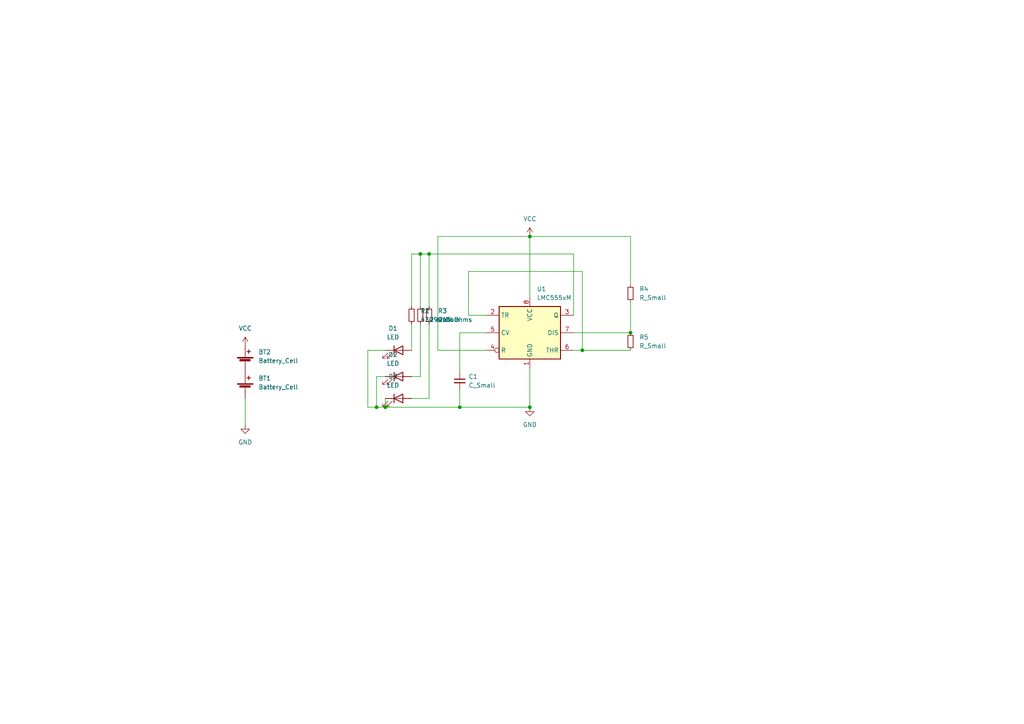
<source format=kicad_sch>
(kicad_sch (version 20211123) (generator eeschema)
  (paper "A4")
  (lib_symbols
    (symbol "Device:Battery_Cell" (pin_numbers hide) (pin_names (offset 0) hide)
      (property "Reference" "BT" (at 2.54 2.54 0))
      (property "Value" "Battery_Cell" (at 2.54 0 0))
      (symbol "Battery_Cell_0_1"
        (rectangle (start -2.286 1.778) (end 2.286 1.524) (fill (type outline)))
        (rectangle (start -1.5748 1.1938) (end 1.4732 0.6858) (fill (type outline)))
        (polyline (pts (xy 0 0.762) (xy 0 0)))
        (polyline (pts (xy 0 1.778) (xy 0 2.54)))
        (polyline (pts (xy 0.508 3.429) (xy 1.524 3.429)) (stroke (width 0.254)))
        (polyline (pts (xy 1.016 3.937) (xy 1.016 2.921)) (stroke (width 0.254)))
      )
      (symbol "Battery_Cell_1_1"
        (pin passive line (at 0 5.08 270) (length 2.54) (name "+") (number "1"))
        (pin passive line (at 0 -2.54 90) (length 2.54) (name "-") (number "2"))
      )
    )
    (symbol "Device:C_Small" (pin_numbers hide) (pin_names (offset 0.254) hide)
      (property "Reference" "C" (at 0.254 1.778 0))
      (property "Value" "C_Small" (at 0.254 -2.032 0))
      (symbol "C_Small_0_1"
        (polyline (pts (xy -1.524 -0.508) (xy 1.524 -0.508)) (stroke (width 0.3302)))
        (polyline (pts (xy -1.524 0.508) (xy 1.524 0.508)) (stroke (width 0.3048)))
      )
      (symbol "C_Small_1_1"
        (pin passive line (at 0 2.54 270) (length 2.032) (name "~") (number "1"))
        (pin passive line (at 0 -2.54 90) (length 2.032) (name "~") (number "2"))
      )
    )
    (symbol "Device:LED" (pin_numbers hide) (pin_names (offset 1.016) hide)
      (property "Reference" "D" (at 0 2.54 0))
      (property "Value" "LED" (at 0 -2.54 0))
      (symbol "LED_0_1"
        (polyline (pts (xy -1.27 -1.27) (xy -1.27 1.27)) (stroke (width 0.254)))
        (polyline (pts (xy -1.27 0) (xy 1.27 0)))
        (polyline (pts (xy 1.27 -1.27) (xy 1.27 1.27) (xy -1.27 0) (xy 1.27 -1.27)) (stroke (width 0.254)))
        (polyline (pts (xy -3.048 -0.762) (xy -4.572 -2.286) (xy -3.81 -2.286) (xy -4.572 -2.286) (xy -4.572 -1.524)))
        (polyline (pts (xy -1.778 -0.762) (xy -3.302 -2.286) (xy -2.54 -2.286) (xy -3.302 -2.286) (xy -3.302 -1.524)))
      )
      (symbol "LED_1_1"
        (pin passive line (at -3.81 0 0) (length 2.54) (name "K") (number "1"))
        (pin passive line (at 3.81 0 180) (length 2.54) (name "A") (number "2"))
      )
    )
    (symbol "Device:R_Small" (pin_numbers hide) (pin_names (offset 0.254) hide)
      (property "Reference" "R" (at 0.762 0.508 0))
      (property "Value" "R_Small" (at 0.762 -1.016 0))
      (symbol "R_Small_0_1"
        (rectangle (start -0.762 1.778) (end 0.762 -1.778) (stroke (width 0.2032)))
      )
      (symbol "R_Small_1_1"
        (pin passive line (at 0 2.54 270) (length 0.762) (name "~") (number "1"))
        (pin passive line (at 0 -2.54 90) (length 0.762) (name "~") (number "2"))
      )
    )
    (symbol "Intro_Project-cache:LMC555xM"
      (property "Reference" "U" (at -10.16 8.89 0))
      (property "Value" "LMC555xM" (at 2.54 8.89 0))
      (symbol "LMC555xM_0_0"
        (pin power_in line (at 0 -10.16 90) (length 2.54) (name "GND") (number "1"))
        (pin power_in line (at 0 10.16 270) (length 2.54) (name "VCC") (number "8"))
      )
      (symbol "LMC555xM_0_1"
        (rectangle (start -8.89 -7.62) (end 8.89 7.62) (stroke (width 0.254)) (fill (type background)))
        (rectangle (start -8.89 -7.62) (end 8.89 7.62) (stroke (width 0.254)) (fill (type background)))
      )
      (symbol "LMC555xM_1_1"
        (pin input line (at -12.7 5.08 0) (length 3.81) (name "TR") (number "2"))
        (pin output line (at 12.7 5.08 180) (length 3.81) (name "Q") (number "3"))
        (pin input inverted (at -12.7 -5.08 0) (length 3.81) (name "R") (number "4"))
        (pin input line (at -12.7 0 0) (length 3.81) (name "CV") (number "5"))
        (pin input line (at 12.7 -5.08 180) (length 3.81) (name "THR") (number "6"))
        (pin input line (at 12.7 0 180) (length 3.81) (name "DIS") (number "7"))
      )
    )
    (symbol "power:GND" (power) (pin_names (offset 0))
      (property "Value" "GND" (at 0 -3.81 0))
      (symbol "GND_0_1"
        (polyline (pts (xy 0 0) (xy 0 -1.27) (xy 1.27 -1.27) (xy 0 -2.54) (xy -1.27 -1.27) (xy 0 -1.27)))
      )
      (symbol "GND_1_1"
        (pin power_in line (at 0 0 270) (length 0) hide (name "GND") (number "1"))
      )
    )
    (symbol "power:VCC" (power) (pin_names (offset 0))
      (property "Value" "VCC" (at 0 3.81 0))
      (symbol "VCC_0_1"
        (polyline (pts (xy -0.762 1.27) (xy 0 2.54)))
        (polyline (pts (xy 0 0) (xy 0 2.54)))
        (polyline (pts (xy 0 2.54) (xy 0.762 1.27)))
      )
      (symbol "VCC_1_1"
        (pin power_in line (at 0 0 90) (length 0) hide (name "VCC") (number "1"))
      )
    )
  )
  (junction (at 182.88 96.52))
  (junction (at 133.35 118.11))
  (junction (at 124.46 73.66))
  (junction (at 153.67 68.58))
  (junction (at 153.67 118.11))
  (junction (at 109.22 118.11))
  (junction (at 111.76 118.11))
  (junction (at 121.92 73.66))
  (junction (at 168.91 101.6))
  (wire (pts (xy 127 68.58) (xy 127 101.6)))
  (wire (pts (xy 140.97 96.52) (xy 133.35 96.52)))
  (wire (pts (xy 109.22 118.11) (xy 111.76 118.11)))
  (wire (pts (xy 166.37 96.52) (xy 182.88 96.52)))
  (wire (pts (xy 182.88 68.58) (xy 153.67 68.58)))
  (wire (pts (xy 153.67 68.58) (xy 153.67 86.36)))
  (wire (pts (xy 119.38 73.66) (xy 119.38 88.9)))
  (wire (pts (xy 135.89 91.44) (xy 135.89 78.74)))
  (wire (pts (xy 166.37 73.66) (xy 124.46 73.66)))
  (wire (pts (xy 133.35 118.11) (xy 153.67 118.11)))
  (wire (pts (xy 140.97 101.6) (xy 127 101.6)))
  (wire (pts (xy 121.92 73.66) (xy 121.92 88.9)))
  (wire (pts (xy 109.22 109.22) (xy 109.22 118.11)))
  (wire (pts (xy 121.92 73.66) (xy 119.38 73.66)))
  (wire (pts (xy 166.37 91.44) (xy 166.37 73.66)))
  (wire (pts (xy 124.46 115.57) (xy 119.38 115.57)))
  (wire (pts (xy 124.46 73.66) (xy 124.46 88.9)))
  (wire (pts (xy 106.68 118.11) (xy 109.22 118.11)))
  (wire (pts (xy 119.38 93.98) (xy 119.38 101.6)))
  (wire (pts (xy 111.76 115.57) (xy 111.76 118.11)))
  (wire (pts (xy 124.46 73.66) (xy 121.92 73.66)))
  (wire (pts (xy 133.35 96.52) (xy 133.35 107.95)))
  (wire (pts (xy 153.67 106.68) (xy 153.67 118.11)))
  (wire (pts (xy 111.76 109.22) (xy 109.22 109.22)))
  (wire (pts (xy 111.76 118.11) (xy 133.35 118.11)))
  (wire (pts (xy 182.88 68.58) (xy 182.88 82.55)))
  (wire (pts (xy 166.37 101.6) (xy 168.91 101.6)))
  (wire (pts (xy 121.92 93.98) (xy 121.92 109.22)))
  (wire (pts (xy 106.68 101.6) (xy 106.68 118.11)))
  (wire (pts (xy 140.97 91.44) (xy 135.89 91.44)))
  (wire (pts (xy 168.91 101.6) (xy 182.88 101.6)))
  (wire (pts (xy 121.92 109.22) (xy 119.38 109.22)))
  (wire (pts (xy 168.91 78.74) (xy 168.91 101.6)))
  (wire (pts (xy 127 68.58) (xy 153.67 68.58)))
  (wire (pts (xy 71.12 115.57) (xy 71.12 123.19)))
  (wire (pts (xy 133.35 113.03) (xy 133.35 118.11)))
  (wire (pts (xy 111.76 101.6) (xy 106.68 101.6)))
  (wire (pts (xy 135.89 78.74) (xy 168.91 78.74)))
  (wire (pts (xy 124.46 93.98) (xy 124.46 115.57)))
  (wire (pts (xy 182.88 87.63) (xy 182.88 96.52)))
  (symbol (lib_id "power:VCC") (at 71.12 100.33 0) (unit 1)
    (property "Reference" "#PWR0102" (effects hide))
    (property "Value" "VCC" (at 71.12 95.25 0))
  )
  (symbol (lib_id "Device:R_Small") (at 182.88 99.06 0) (unit 1)
    (property "Reference" "R5" (at 185.42 97.7899 0) (effects (justify left)))
    (property "Value" "R_Small" (at 185.42 100.3299 0) (effects (justify left)))
    (property "Footprint" "Resistor_SMD:R_0805_2012Metric_Pad1.20x1.40mm_HandSolder" (effects hide))
  )
  (symbol (lib_id "Device:Battery_Cell") (at 71.12 105.41 0) (unit 1)
    (property "Reference" "BT2" (at 74.93 102.1079 0) (effects (justify left)))
    (property "Value" "Battery_Cell" (at 74.93 104.6479 0) (effects (justify left)))
    (property "Footprint" "Battery:BatteryHolder_LINX_BAT-HLD-012-SMT" (effects hide))
  )
  (symbol (lib_id "Device:R_Small") (at 182.88 85.09 0) (unit 1)
    (property "Reference" "R4" (at 185.42 83.8199 0) (effects (justify left)))
    (property "Value" "R_Small" (at 185.42 86.3599 0) (effects (justify left)))
    (property "Footprint" "Resistor_SMD:R_0805_2012Metric_Pad1.20x1.40mm_HandSolder" (effects hide))
  )
  (symbol (lib_id "Device:R_Small") (at 121.92 91.44 0) (unit 1)
    (property "Reference" "R2" (at 121.92 90.17 0) (effects (justify left)))
    (property "Value" "290 Ohm" (at 124.46 92.7099 0) (effects (justify left)))
    (property "Footprint" "Resistor_SMD:R_0805_2012Metric_Pad1.20x1.40mm_HandSolder" (effects hide))
  )
  (symbol (lib_id "Device:LED") (at 115.57 109.22 0) (unit 1)
    (property "Reference" "D2" (at 113.9825 102.87 0))
    (property "Value" "LED" (at 113.9825 105.41 0))
    (property "Footprint" "LED_SMD:LED_0805_2012Metric_Pad1.15x1.40mm_HandSolder" (effects hide))
  )
  (symbol (lib_id "Device:R_Small") (at 124.46 91.44 0) (unit 1)
    (property "Reference" "R3" (at 127 90.1699 0) (effects (justify left)))
    (property "Value" "215 Ohms" (at 127 92.7099 0) (effects (justify left)))
    (property "Footprint" "Resistor_SMD:R_0805_2012Metric_Pad1.20x1.40mm_HandSolder" (effects hide))
  )
  (symbol (lib_id "Device:R_Small") (at 119.38 91.44 0) (unit 1)
    (property "Reference" "R1" (at 121.92 90.1699 0) (effects (justify left)))
    (property "Value" "430 ohms" (at 121.92 92.7099 0) (effects (justify left)))
    (property "Footprint" "Resistor_SMD:R_0805_2012Metric_Pad1.20x1.40mm_HandSolder" (effects hide))
  )
  (symbol (lib_id "Device:LED") (at 115.57 101.6 0) (unit 1)
    (property "Reference" "D1" (at 113.9825 95.25 0))
    (property "Value" "LED" (at 113.9825 97.79 0))
    (property "Footprint" "LED_SMD:LED_0805_2012Metric_Pad1.15x1.40mm_HandSolder" (effects hide))
  )
  (symbol (lib_id "Intro_Project-cache:LMC555xM") (at 153.67 96.52 0) (unit 1)
    (property "Reference" "U1" (at 155.6894 83.82 0) (effects (justify left)))
    (property "Value" "LMC555xM" (at 155.6894 86.36 0) (effects (justify left)))
    (property "Footprint" "Package_SO:SOIC-8-1EP_3.9x4.9mm_P1.27mm_EP2.62x3.51mm" (effects hide))
  )
  (symbol (lib_id "Device:C_Small") (at 133.35 110.49 0) (unit 1)
    (property "Reference" "C1" (at 135.89 109.2262 0) (effects (justify left)))
    (property "Value" "C_Small" (at 135.89 111.7662 0) (effects (justify left)))
    (property "Footprint" "Capacitor_SMD:C_0805_2012Metric_Pad1.18x1.45mm_HandSolder" (effects hide))
  )
  (symbol (lib_id "power:GND") (at 153.67 118.11 0) (unit 1)
    (property "Reference" "#PWR0101" (effects hide))
    (property "Value" "GND" (at 153.67 123.19 0))
  )
  (symbol (lib_id "Device:Battery_Cell") (at 71.12 113.03 0) (unit 1)
    (property "Reference" "BT1" (at 74.93 109.7279 0) (effects (justify left)))
    (property "Value" "Battery_Cell" (at 74.93 112.2679 0) (effects (justify left)))
    (property "Footprint" "Battery:BatteryHolder_LINX_BAT-HLD-012-SMT" (effects hide))
  )
  (symbol (lib_id "power:GND") (at 71.12 123.19 0) (unit 1)
    (property "Reference" "#PWR0103" (effects hide))
    (property "Value" "GND" (at 71.12 128.27 0))
  )
  (symbol (lib_id "Device:LED") (at 115.57 115.57 0) (unit 1)
    (property "Reference" "D3" (at 113.9825 109.22 0))
    (property "Value" "LED" (at 113.9825 111.76 0))
    (property "Footprint" "LED_SMD:LED_0805_2012Metric_Pad1.15x1.40mm_HandSolder" (effects hide))
  )
  (symbol (lib_id "power:VCC") (at 153.67 68.58 0) (unit 1)
    (property "Reference" "#PWR0104" (effects hide))
    (property "Value" "VCC" (at 153.67 63.5 0))
  )
)
</source>
